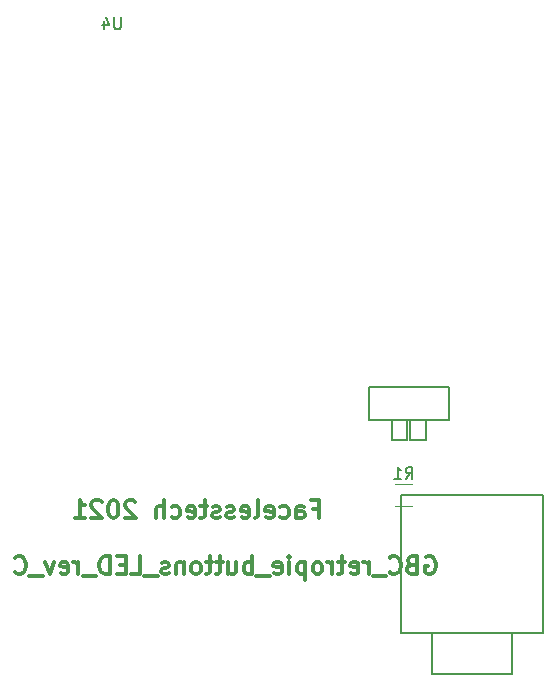
<source format=gbr>
G04 #@! TF.GenerationSoftware,KiCad,Pcbnew,5.1.9+dfsg1-1*
G04 #@! TF.CreationDate,2021-11-24T09:04:39+00:00*
G04 #@! TF.ProjectId,gbc_retrozero_buttons_led,6762635f-7265-4747-926f-7a65726f5f62,rev?*
G04 #@! TF.SameCoordinates,Original*
G04 #@! TF.FileFunction,Legend,Bot*
G04 #@! TF.FilePolarity,Positive*
%FSLAX46Y46*%
G04 Gerber Fmt 4.6, Leading zero omitted, Abs format (unit mm)*
G04 Created by KiCad (PCBNEW 5.1.9+dfsg1-1) date 2021-11-24 09:04:39*
%MOMM*%
%LPD*%
G01*
G04 APERTURE LIST*
%ADD10C,0.300000*%
%ADD11C,0.150000*%
%ADD12C,0.120000*%
G04 APERTURE END LIST*
D10*
X210664685Y-108584300D02*
X210807542Y-108512871D01*
X211021828Y-108512871D01*
X211236114Y-108584300D01*
X211378971Y-108727157D01*
X211450400Y-108870014D01*
X211521828Y-109155728D01*
X211521828Y-109370014D01*
X211450400Y-109655728D01*
X211378971Y-109798585D01*
X211236114Y-109941442D01*
X211021828Y-110012871D01*
X210878971Y-110012871D01*
X210664685Y-109941442D01*
X210593257Y-109870014D01*
X210593257Y-109370014D01*
X210878971Y-109370014D01*
X209450400Y-109227157D02*
X209236114Y-109298585D01*
X209164685Y-109370014D01*
X209093257Y-109512871D01*
X209093257Y-109727157D01*
X209164685Y-109870014D01*
X209236114Y-109941442D01*
X209378971Y-110012871D01*
X209950400Y-110012871D01*
X209950400Y-108512871D01*
X209450400Y-108512871D01*
X209307542Y-108584300D01*
X209236114Y-108655728D01*
X209164685Y-108798585D01*
X209164685Y-108941442D01*
X209236114Y-109084300D01*
X209307542Y-109155728D01*
X209450400Y-109227157D01*
X209950400Y-109227157D01*
X207593257Y-109870014D02*
X207664685Y-109941442D01*
X207878971Y-110012871D01*
X208021828Y-110012871D01*
X208236114Y-109941442D01*
X208378971Y-109798585D01*
X208450400Y-109655728D01*
X208521828Y-109370014D01*
X208521828Y-109155728D01*
X208450400Y-108870014D01*
X208378971Y-108727157D01*
X208236114Y-108584300D01*
X208021828Y-108512871D01*
X207878971Y-108512871D01*
X207664685Y-108584300D01*
X207593257Y-108655728D01*
X207307542Y-110155728D02*
X206164685Y-110155728D01*
X205807542Y-110012871D02*
X205807542Y-109012871D01*
X205807542Y-109298585D02*
X205736114Y-109155728D01*
X205664685Y-109084300D01*
X205521828Y-109012871D01*
X205378971Y-109012871D01*
X204307542Y-109941442D02*
X204450400Y-110012871D01*
X204736114Y-110012871D01*
X204878971Y-109941442D01*
X204950400Y-109798585D01*
X204950400Y-109227157D01*
X204878971Y-109084300D01*
X204736114Y-109012871D01*
X204450400Y-109012871D01*
X204307542Y-109084300D01*
X204236114Y-109227157D01*
X204236114Y-109370014D01*
X204950400Y-109512871D01*
X203807542Y-109012871D02*
X203236114Y-109012871D01*
X203593257Y-108512871D02*
X203593257Y-109798585D01*
X203521828Y-109941442D01*
X203378971Y-110012871D01*
X203236114Y-110012871D01*
X202736114Y-110012871D02*
X202736114Y-109012871D01*
X202736114Y-109298585D02*
X202664685Y-109155728D01*
X202593257Y-109084300D01*
X202450400Y-109012871D01*
X202307542Y-109012871D01*
X201593257Y-110012871D02*
X201736114Y-109941442D01*
X201807542Y-109870014D01*
X201878971Y-109727157D01*
X201878971Y-109298585D01*
X201807542Y-109155728D01*
X201736114Y-109084300D01*
X201593257Y-109012871D01*
X201378971Y-109012871D01*
X201236114Y-109084300D01*
X201164685Y-109155728D01*
X201093257Y-109298585D01*
X201093257Y-109727157D01*
X201164685Y-109870014D01*
X201236114Y-109941442D01*
X201378971Y-110012871D01*
X201593257Y-110012871D01*
X200450400Y-109012871D02*
X200450400Y-110512871D01*
X200450400Y-109084300D02*
X200307542Y-109012871D01*
X200021828Y-109012871D01*
X199878971Y-109084300D01*
X199807542Y-109155728D01*
X199736114Y-109298585D01*
X199736114Y-109727157D01*
X199807542Y-109870014D01*
X199878971Y-109941442D01*
X200021828Y-110012871D01*
X200307542Y-110012871D01*
X200450400Y-109941442D01*
X199093257Y-110012871D02*
X199093257Y-109012871D01*
X199093257Y-108512871D02*
X199164685Y-108584300D01*
X199093257Y-108655728D01*
X199021828Y-108584300D01*
X199093257Y-108512871D01*
X199093257Y-108655728D01*
X197807542Y-109941442D02*
X197950400Y-110012871D01*
X198236114Y-110012871D01*
X198378971Y-109941442D01*
X198450400Y-109798585D01*
X198450400Y-109227157D01*
X198378971Y-109084300D01*
X198236114Y-109012871D01*
X197950400Y-109012871D01*
X197807542Y-109084300D01*
X197736114Y-109227157D01*
X197736114Y-109370014D01*
X198450400Y-109512871D01*
X197450400Y-110155728D02*
X196307542Y-110155728D01*
X195950400Y-110012871D02*
X195950400Y-108512871D01*
X195950400Y-109084300D02*
X195807542Y-109012871D01*
X195521828Y-109012871D01*
X195378971Y-109084300D01*
X195307542Y-109155728D01*
X195236114Y-109298585D01*
X195236114Y-109727157D01*
X195307542Y-109870014D01*
X195378971Y-109941442D01*
X195521828Y-110012871D01*
X195807542Y-110012871D01*
X195950400Y-109941442D01*
X193950400Y-109012871D02*
X193950400Y-110012871D01*
X194593257Y-109012871D02*
X194593257Y-109798585D01*
X194521828Y-109941442D01*
X194378971Y-110012871D01*
X194164685Y-110012871D01*
X194021828Y-109941442D01*
X193950400Y-109870014D01*
X193450400Y-109012871D02*
X192878971Y-109012871D01*
X193236114Y-108512871D02*
X193236114Y-109798585D01*
X193164685Y-109941442D01*
X193021828Y-110012871D01*
X192878971Y-110012871D01*
X192593257Y-109012871D02*
X192021828Y-109012871D01*
X192378971Y-108512871D02*
X192378971Y-109798585D01*
X192307542Y-109941442D01*
X192164685Y-110012871D01*
X192021828Y-110012871D01*
X191307542Y-110012871D02*
X191450400Y-109941442D01*
X191521828Y-109870014D01*
X191593257Y-109727157D01*
X191593257Y-109298585D01*
X191521828Y-109155728D01*
X191450400Y-109084300D01*
X191307542Y-109012871D01*
X191093257Y-109012871D01*
X190950400Y-109084300D01*
X190878971Y-109155728D01*
X190807542Y-109298585D01*
X190807542Y-109727157D01*
X190878971Y-109870014D01*
X190950400Y-109941442D01*
X191093257Y-110012871D01*
X191307542Y-110012871D01*
X190164685Y-109012871D02*
X190164685Y-110012871D01*
X190164685Y-109155728D02*
X190093257Y-109084300D01*
X189950400Y-109012871D01*
X189736114Y-109012871D01*
X189593257Y-109084300D01*
X189521828Y-109227157D01*
X189521828Y-110012871D01*
X188878971Y-109941442D02*
X188736114Y-110012871D01*
X188450400Y-110012871D01*
X188307542Y-109941442D01*
X188236114Y-109798585D01*
X188236114Y-109727157D01*
X188307542Y-109584300D01*
X188450400Y-109512871D01*
X188664685Y-109512871D01*
X188807542Y-109441442D01*
X188878971Y-109298585D01*
X188878971Y-109227157D01*
X188807542Y-109084300D01*
X188664685Y-109012871D01*
X188450400Y-109012871D01*
X188307542Y-109084300D01*
X187950400Y-110155728D02*
X186807542Y-110155728D01*
X185736114Y-110012871D02*
X186450400Y-110012871D01*
X186450400Y-108512871D01*
X185236114Y-109227157D02*
X184736114Y-109227157D01*
X184521828Y-110012871D02*
X185236114Y-110012871D01*
X185236114Y-108512871D01*
X184521828Y-108512871D01*
X183878971Y-110012871D02*
X183878971Y-108512871D01*
X183521828Y-108512871D01*
X183307542Y-108584300D01*
X183164685Y-108727157D01*
X183093257Y-108870014D01*
X183021828Y-109155728D01*
X183021828Y-109370014D01*
X183093257Y-109655728D01*
X183164685Y-109798585D01*
X183307542Y-109941442D01*
X183521828Y-110012871D01*
X183878971Y-110012871D01*
X182736114Y-110155728D02*
X181593257Y-110155728D01*
X181236114Y-110012871D02*
X181236114Y-109012871D01*
X181236114Y-109298585D02*
X181164685Y-109155728D01*
X181093257Y-109084300D01*
X180950400Y-109012871D01*
X180807542Y-109012871D01*
X179736114Y-109941442D02*
X179878971Y-110012871D01*
X180164685Y-110012871D01*
X180307542Y-109941442D01*
X180378971Y-109798585D01*
X180378971Y-109227157D01*
X180307542Y-109084300D01*
X180164685Y-109012871D01*
X179878971Y-109012871D01*
X179736114Y-109084300D01*
X179664685Y-109227157D01*
X179664685Y-109370014D01*
X180378971Y-109512871D01*
X179164685Y-109012871D02*
X178807542Y-110012871D01*
X178450400Y-109012871D01*
X178236114Y-110155728D02*
X177093257Y-110155728D01*
X175878971Y-109870014D02*
X175950400Y-109941442D01*
X176164685Y-110012871D01*
X176307542Y-110012871D01*
X176521828Y-109941442D01*
X176664685Y-109798585D01*
X176736114Y-109655728D01*
X176807542Y-109370014D01*
X176807542Y-109155728D01*
X176736114Y-108870014D01*
X176664685Y-108727157D01*
X176521828Y-108584300D01*
X176307542Y-108512871D01*
X176164685Y-108512871D01*
X175950400Y-108584300D01*
X175878971Y-108655728D01*
X201134228Y-104490057D02*
X201634228Y-104490057D01*
X201634228Y-105275771D02*
X201634228Y-103775771D01*
X200919942Y-103775771D01*
X199705657Y-105275771D02*
X199705657Y-104490057D01*
X199777085Y-104347200D01*
X199919942Y-104275771D01*
X200205657Y-104275771D01*
X200348514Y-104347200D01*
X199705657Y-105204342D02*
X199848514Y-105275771D01*
X200205657Y-105275771D01*
X200348514Y-105204342D01*
X200419942Y-105061485D01*
X200419942Y-104918628D01*
X200348514Y-104775771D01*
X200205657Y-104704342D01*
X199848514Y-104704342D01*
X199705657Y-104632914D01*
X198348514Y-105204342D02*
X198491371Y-105275771D01*
X198777085Y-105275771D01*
X198919942Y-105204342D01*
X198991371Y-105132914D01*
X199062800Y-104990057D01*
X199062800Y-104561485D01*
X198991371Y-104418628D01*
X198919942Y-104347200D01*
X198777085Y-104275771D01*
X198491371Y-104275771D01*
X198348514Y-104347200D01*
X197134228Y-105204342D02*
X197277085Y-105275771D01*
X197562800Y-105275771D01*
X197705657Y-105204342D01*
X197777085Y-105061485D01*
X197777085Y-104490057D01*
X197705657Y-104347200D01*
X197562800Y-104275771D01*
X197277085Y-104275771D01*
X197134228Y-104347200D01*
X197062800Y-104490057D01*
X197062800Y-104632914D01*
X197777085Y-104775771D01*
X196205657Y-105275771D02*
X196348514Y-105204342D01*
X196419942Y-105061485D01*
X196419942Y-103775771D01*
X195062800Y-105204342D02*
X195205657Y-105275771D01*
X195491371Y-105275771D01*
X195634228Y-105204342D01*
X195705657Y-105061485D01*
X195705657Y-104490057D01*
X195634228Y-104347200D01*
X195491371Y-104275771D01*
X195205657Y-104275771D01*
X195062800Y-104347200D01*
X194991371Y-104490057D01*
X194991371Y-104632914D01*
X195705657Y-104775771D01*
X194419942Y-105204342D02*
X194277085Y-105275771D01*
X193991371Y-105275771D01*
X193848514Y-105204342D01*
X193777085Y-105061485D01*
X193777085Y-104990057D01*
X193848514Y-104847200D01*
X193991371Y-104775771D01*
X194205657Y-104775771D01*
X194348514Y-104704342D01*
X194419942Y-104561485D01*
X194419942Y-104490057D01*
X194348514Y-104347200D01*
X194205657Y-104275771D01*
X193991371Y-104275771D01*
X193848514Y-104347200D01*
X193205657Y-105204342D02*
X193062800Y-105275771D01*
X192777085Y-105275771D01*
X192634228Y-105204342D01*
X192562800Y-105061485D01*
X192562800Y-104990057D01*
X192634228Y-104847200D01*
X192777085Y-104775771D01*
X192991371Y-104775771D01*
X193134228Y-104704342D01*
X193205657Y-104561485D01*
X193205657Y-104490057D01*
X193134228Y-104347200D01*
X192991371Y-104275771D01*
X192777085Y-104275771D01*
X192634228Y-104347200D01*
X192134228Y-104275771D02*
X191562800Y-104275771D01*
X191919942Y-103775771D02*
X191919942Y-105061485D01*
X191848514Y-105204342D01*
X191705657Y-105275771D01*
X191562800Y-105275771D01*
X190491371Y-105204342D02*
X190634228Y-105275771D01*
X190919942Y-105275771D01*
X191062800Y-105204342D01*
X191134228Y-105061485D01*
X191134228Y-104490057D01*
X191062800Y-104347200D01*
X190919942Y-104275771D01*
X190634228Y-104275771D01*
X190491371Y-104347200D01*
X190419942Y-104490057D01*
X190419942Y-104632914D01*
X191134228Y-104775771D01*
X189134228Y-105204342D02*
X189277085Y-105275771D01*
X189562800Y-105275771D01*
X189705657Y-105204342D01*
X189777085Y-105132914D01*
X189848514Y-104990057D01*
X189848514Y-104561485D01*
X189777085Y-104418628D01*
X189705657Y-104347200D01*
X189562800Y-104275771D01*
X189277085Y-104275771D01*
X189134228Y-104347200D01*
X188491371Y-105275771D02*
X188491371Y-103775771D01*
X187848514Y-105275771D02*
X187848514Y-104490057D01*
X187919942Y-104347200D01*
X188062800Y-104275771D01*
X188277085Y-104275771D01*
X188419942Y-104347200D01*
X188491371Y-104418628D01*
X186062800Y-103918628D02*
X185991371Y-103847200D01*
X185848514Y-103775771D01*
X185491371Y-103775771D01*
X185348514Y-103847200D01*
X185277085Y-103918628D01*
X185205657Y-104061485D01*
X185205657Y-104204342D01*
X185277085Y-104418628D01*
X186134228Y-105275771D01*
X185205657Y-105275771D01*
X184277085Y-103775771D02*
X184134228Y-103775771D01*
X183991371Y-103847200D01*
X183919942Y-103918628D01*
X183848514Y-104061485D01*
X183777085Y-104347200D01*
X183777085Y-104704342D01*
X183848514Y-104990057D01*
X183919942Y-105132914D01*
X183991371Y-105204342D01*
X184134228Y-105275771D01*
X184277085Y-105275771D01*
X184419942Y-105204342D01*
X184491371Y-105132914D01*
X184562800Y-104990057D01*
X184634228Y-104704342D01*
X184634228Y-104347200D01*
X184562800Y-104061485D01*
X184491371Y-103918628D01*
X184419942Y-103847200D01*
X184277085Y-103775771D01*
X183205657Y-103918628D02*
X183134228Y-103847200D01*
X182991371Y-103775771D01*
X182634228Y-103775771D01*
X182491371Y-103847200D01*
X182419942Y-103918628D01*
X182348514Y-104061485D01*
X182348514Y-104204342D01*
X182419942Y-104418628D01*
X183277085Y-105275771D01*
X182348514Y-105275771D01*
X180919942Y-105275771D02*
X181777085Y-105275771D01*
X181348514Y-105275771D02*
X181348514Y-103775771D01*
X181491371Y-103990057D01*
X181634228Y-104132914D01*
X181777085Y-104204342D01*
D11*
X208545980Y-103293160D02*
X220610980Y-103293160D01*
X220610980Y-103293160D02*
X220610980Y-114964460D01*
X220610980Y-114964460D02*
X208545980Y-114964460D01*
X208545980Y-114964460D02*
X208545980Y-103293160D01*
X211187580Y-114964460D02*
X211187580Y-118444260D01*
X211187580Y-118444260D02*
X217969380Y-118444260D01*
X217969380Y-118444260D02*
X217969380Y-114964460D01*
D12*
X209514464Y-102407040D02*
X208060336Y-102407040D01*
X209514464Y-104227040D02*
X208060336Y-104227040D01*
D11*
X210632040Y-98668840D02*
X210632040Y-96928940D01*
X209323940Y-98668840D02*
X210632040Y-98668840D01*
X209323940Y-96928940D02*
X209323940Y-98668840D01*
X207774540Y-98668840D02*
X207774540Y-96941640D01*
X209082640Y-98668840D02*
X207774540Y-98668840D01*
X209082640Y-96941640D02*
X209082640Y-98656140D01*
X212625940Y-96928940D02*
X205818740Y-96928940D01*
X212625940Y-94173040D02*
X212625940Y-96928940D01*
X205818740Y-94173040D02*
X205818740Y-96928940D01*
X212625940Y-94173040D02*
X205818740Y-94173040D01*
X184844624Y-62880540D02*
X184844624Y-63690064D01*
X184797005Y-63785302D01*
X184749386Y-63832921D01*
X184654148Y-63880540D01*
X184463672Y-63880540D01*
X184368434Y-63832921D01*
X184320815Y-63785302D01*
X184273196Y-63690064D01*
X184273196Y-62880540D01*
X183368434Y-63213874D02*
X183368434Y-63880540D01*
X183606529Y-62832921D02*
X183844624Y-63547207D01*
X183225577Y-63547207D01*
X208954066Y-101949420D02*
X209287400Y-101473230D01*
X209525495Y-101949420D02*
X209525495Y-100949420D01*
X209144542Y-100949420D01*
X209049304Y-100997040D01*
X209001685Y-101044659D01*
X208954066Y-101139897D01*
X208954066Y-101282754D01*
X209001685Y-101377992D01*
X209049304Y-101425611D01*
X209144542Y-101473230D01*
X209525495Y-101473230D01*
X208001685Y-101949420D02*
X208573114Y-101949420D01*
X208287400Y-101949420D02*
X208287400Y-100949420D01*
X208382638Y-101092278D01*
X208477876Y-101187516D01*
X208573114Y-101235135D01*
M02*

</source>
